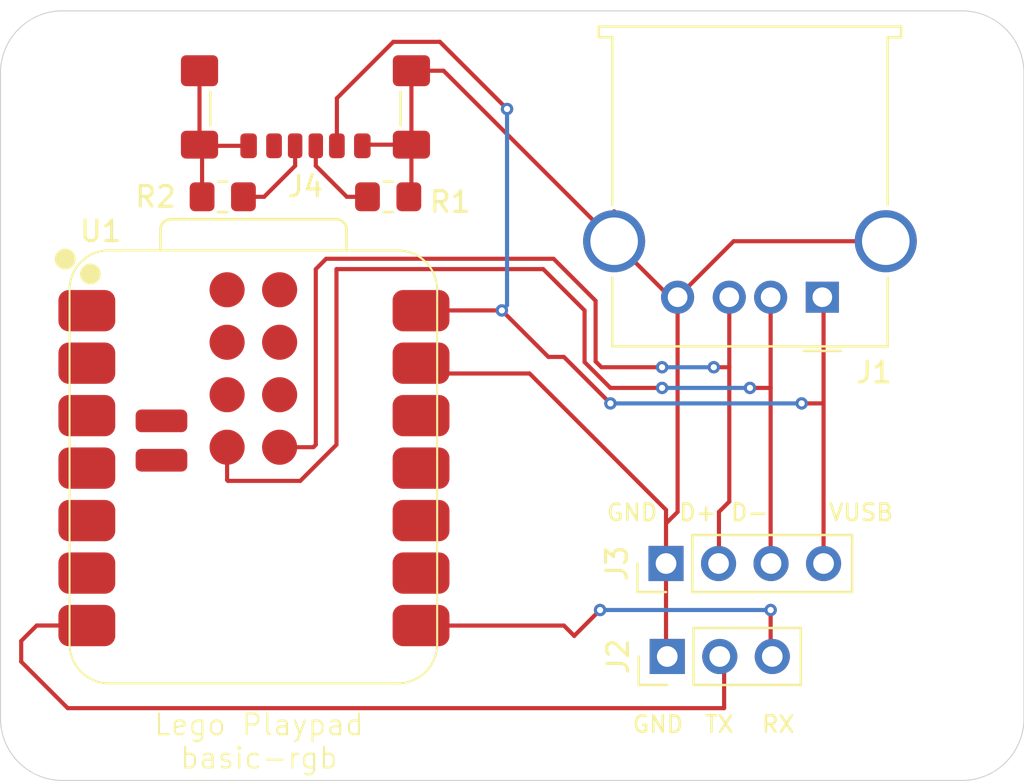
<source format=kicad_pcb>
(kicad_pcb (version 20241229) (generator "pcbnew") (generator_version "9.0")
  (layers (0 "F.Cu" signal) (2 "B.Cu" signal) (13 "F.Paste" user) (15 "B.Paste" user) (5 "F.SilkS" user "F.Silkscreen") (7 "B.SilkS" user "B.Silkscreen") (1 "F.Mask" user) (3 "B.Mask" user) (25 "Edge.Cuts" user))
  (net 0 "")
  (net 1 "Net-(J1-D+)")
  (net 2 "+5V")
  (net 3 "Net-(J1-D-)")
  (net 4 "GND")
  (net 5 "Net-(J2-Pin_3)")
  (net 6 "Net-(J2-Pin_2)")
  (net 18 "+3.3V")
  (net 24 "unconnected-(U1-GND-Pad16)")
  (net 25 "Net-(J4-CC2)")
  (net 26 "Net-(J4-CC1)")
  (footprint "Connector_PinHeader_2.54mm:PinHeader_1x03_P2.54mm_Vertical" (layer "F.Cu") (at 137.75 101 90)
    (property "Reference" "J2" (at 0 -2.38 90) (layer "F.SilkS"))
    (property "Value" "FTDI")
    (fp_line (start -1.38 -1.38) (end 0 -1.38) (stroke (width 0.12)) (layer "F.SilkS"))
    (fp_line (start -1.38 0) (end -1.38 -1.38) (stroke (width 0.12)) (layer "F.SilkS"))
    (fp_line (start 1.38 1.27) (end 1.38 6.46) (stroke (width 0.12)) (layer "F.SilkS"))
    (fp_line (start -1.38 1.27) (end 1.38 1.27) (stroke (width 0.12)) (layer "F.SilkS"))
    (fp_line (start -1.38 1.27) (end -1.38 6.46) (stroke (width 0.12)) (layer "F.SilkS"))
    (fp_line (start -1.38 6.46) (end 1.38 6.46) (stroke (width 0.12)) (layer "F.SilkS"))
    (pad "1" thru_hole rect (at 0 0 90) (size 1.7 1.7) (drill 1) (layers "*.Cu" "*.Mask") (net 4 "GND"))
    (pad "2" thru_hole circle (at 0 2.54 90) (size 1.7 1.7) (drill 1) (layers "*.Cu" "*.Mask") (net 6 "Net-(J2-Pin_2)"))
    (pad "3" thru_hole circle (at 0 5.08 90) (size 1.7 1.7) (drill 1) (layers "*.Cu" "*.Mask") (net 5 "Net-(J2-Pin_3)"))
  )
  (footprint "Connector_USB:USB_C_Receptacle_GCT_USB4135-GF-A_6P_TopMnt_Horizontal" (layer "F.Cu") (at 120.25 73.25 180)
    (property "Reference" "J4" (at 0 -5 0) (layer "F.SilkS"))
    (property "Value" "USB_C_Receptacle_PowerOnly_6P" (hide yes))
    (fp_line (start 4.6 -2.04) (end 4.6 -0.41) (stroke (width 0.12)) (layer "F.SilkS"))
    (fp_line (start -4.6 -2.04) (end -4.6 -0.41) (stroke (width 0.12)) (layer "F.SilkS"))
    (pad "A5" smd roundrect (at -0.5 -3.0325 180) (size 0.7 1.2) (layers "F.Cu" "F.Mask" "F.Paste") (net 26 "Net-(J4-CC1)"))
    (pad "A9" smd roundrect (at 1.52 -3.0325) (size 0.76 1.2) (layers "F.Cu" "F.Mask" "F.Paste") (net 2 "+5V"))
    (pad "A12" smd roundrect (at 2.75 -3.0325) (size 0.8 1.2) (layers "F.Cu" "F.Mask" "F.Paste") (net 4 "GND"))
    (pad "B5" smd roundrect (at 0.5 -3.0325) (size 0.7 1.2) (layers "F.Cu" "F.Mask" "F.Paste") (net 25 "Net-(J4-CC2)"))
    (pad "B9" smd roundrect (at -1.52 -3.0325 180) (size 0.76 1.2) (layers "F.Cu" "F.Mask" "F.Paste") (net 2 "+5V"))
    (pad "B12" smd roundrect (at -2.75 -3.0325 180) (size 0.8 1.2) (layers "F.Cu" "F.Mask" "F.Paste") (net 4 "GND"))
    (pad "S1" smd roundrect (at -5.125 -2.9775 180) (size 1.8 1.35) (layers "F.Cu" "F.Mask" "F.Paste") (roundrect_rratio 0.1851851852) (net 4 "GND"))
    (pad "S1" smd roundrect (at -5.125 0.6025 180) (size 1.8 1.5) (layers "F.Cu" "F.Mask" "F.Paste") (roundrect_rratio 0.1666666667) (net 4 "GND"))
    (pad "S1" smd roundrect (at 5.125 -2.9775 180) (size 1.8 1.35) (layers "F.Cu" "F.Mask" "F.Paste") (roundrect_rratio 0.1851851852) (net 4 "GND"))
    (pad "S1" smd roundrect (at 5.125 0.6025 180) (size 1.8 1.5) (layers "F.Cu" "F.Mask" "F.Paste") (roundrect_rratio 0.1666666667) (net 4 "GND"))
  )
  (footprint "MountingHole:MountingHole_3.2mm_M3" (layer "F.Cu") (at 151 102.75)
    (property "Reference" "REF**" (hide yes))
    (property "Value" "MountingHole_3.2mm_M3" (hide yes))
    (pad "" np_thru_hole circle (at 0 0) (size 3.2 3.2) (drill 3.2) (layers "*.Cu" "*.Mask"))
  )
  (footprint "Resistor_SMD:R_0805_2012Metric_Pad1.20x1.40mm_HandSolder" (layer "F.Cu") (at 116.25 78.75 180)
    (property "Reference" "R2" (at 3.25 0 0) (layer "F.SilkS"))
    (property "Value" "5.1k")
    (fp_line (start -0.227064 0.735) (end 0.227064 0.735) (stroke (width 0.12)) (layer "F.SilkS"))
    (fp_line (start -0.227064 -0.735) (end 0.227064 -0.735) (stroke (width 0.12)) (layer "F.SilkS"))
    (pad "1" smd roundrect (at -1 0 180) (size 1.2 1.4) (layers "F.Cu" "F.Mask" "F.Paste") (roundrect_rratio 0.208333) (net 25 "Net-(J4-CC2)"))
    (pad "2" smd roundrect (at 1 0 180) (size 1.2 1.4) (layers "F.Cu" "F.Mask" "F.Paste") (roundrect_rratio 0.208333) (net 4 "GND"))
  )
  (footprint "Connector_USB:USB_A_Molex_67643_Horizontal" (layer "F.Cu") (at 145.25 83.61 180)
    (property "Reference" "J1" (at -2.5 -3.64 0) (layer "F.SilkS"))
    (property "Value" "PLAYPAD")
    (fp_line (start 10.81 13.1) (end 10.81 12.58) (stroke (width 0.12)) (layer "F.SilkS"))
    (fp_line (start 10.81 12.58) (end 10.16 12.58) (stroke (width 0.12)) (layer "F.SilkS"))
    (fp_line (start 10.16 4.47) (end 10.16 12.58) (stroke (width 0.12)) (layer "F.SilkS"))
    (fp_line (start 10.16 -2.38) (end 10.16 0.95) (stroke (width 0.12)) (layer "F.SilkS"))
    (fp_line (start -0.9 -2.6) (end 0.9 -2.6) (stroke (width 0.12)) (layer "F.SilkS"))
    (fp_line (start -3.16 12.58) (end -3.16 4.47) (stroke (width 0.12)) (layer "F.SilkS"))
    (fp_line (start -3.16 12.58) (end -3.81 12.58) (stroke (width 0.12)) (layer "F.SilkS"))
    (fp_line (start -3.16 -2.38) (end 10.16 -2.38) (stroke (width 0.12)) (layer "F.SilkS"))
    (fp_line (start -3.16 -2.38) (end -3.16 0.95) (stroke (width 0.12)) (layer "F.SilkS"))
    (fp_line (start -3.81 13.1) (end 10.81 13.1) (stroke (width 0.12)) (layer "F.SilkS"))
    (fp_line (start -3.81 12.58) (end -3.81 13.1) (stroke (width 0.12)) (layer "F.SilkS"))
    (pad "1" thru_hole rect (at 0 0 180) (size 1.6 1.5) (drill 0.95) (layers "*.Cu" "*.Mask") (net 2 "+5V"))
    (pad "2" thru_hole circle (at 2.5 0 180) (size 1.6 1.6) (drill 0.95) (layers "*.Cu" "*.Mask") (net 3 "Net-(J1-D-)"))
    (pad "3" thru_hole circle (at 4.5 0 180) (size 1.6 1.6) (drill 0.95) (layers "*.Cu" "*.Mask") (net 1 "Net-(J1-D+)"))
    (pad "4" thru_hole circle (at 7 0 180) (size 1.6 1.6) (drill 0.95) (layers "*.Cu" "*.Mask") (net 4 "GND"))
    (pad "5" thru_hole circle (at -3.07 2.71 180) (size 3 3) (drill 2.3) (layers "*.Cu" "*.Mask") (net 4 "GND"))
    (pad "5" thru_hole circle (at 10.07 2.71 180) (size 3 3) (drill 2.3) (layers "*.Cu" "*.Mask") (net 4 "GND"))
  )
  (footprint "Connector_PinHeader_2.54mm:PinHeader_1x04_P2.54mm_Vertical" (layer "F.Cu") (at 137.69 96.5 90)
    (property "Reference" "J3" (at 0 -2.38 90) (layer "F.SilkS"))
    (property "Value" "USB_DBG")
    (fp_line (start -1.38 -1.38) (end 0 -1.38) (stroke (width 0.12)) (layer "F.SilkS"))
    (fp_line (start -1.38 0) (end -1.38 -1.38) (stroke (width 0.12)) (layer "F.SilkS"))
    (fp_line (start 1.38 1.27) (end 1.38 9) (stroke (width 0.12)) (layer "F.SilkS"))
    (fp_line (start -1.38 1.27) (end 1.38 1.27) (stroke (width 0.12)) (layer "F.SilkS"))
    (fp_line (start -1.38 1.27) (end -1.38 9) (stroke (width 0.12)) (layer "F.SilkS"))
    (fp_line (start -1.38 9) (end 1.38 9) (stroke (width 0.12)) (layer "F.SilkS"))
    (pad "1" thru_hole rect (at 0 0 90) (size 1.7 1.7) (drill 1) (layers "*.Cu" "*.Mask") (net 4 "GND"))
    (pad "2" thru_hole circle (at 0 2.54 90) (size 1.7 1.7) (drill 1) (layers "*.Cu" "*.Mask") (net 1 "Net-(J1-D+)"))
    (pad "3" thru_hole circle (at 0 5.08 90) (size 1.7 1.7) (drill 1) (layers "*.Cu" "*.Mask") (net 3 "Net-(J1-D-)"))
    (pad "4" thru_hole circle (at 0 7.62 90) (size 1.7 1.7) (drill 1) (layers "*.Cu" "*.Mask") (net 2 "+5V"))
  )
  (footprint "Resistor_SMD:R_0805_2012Metric_Pad1.20x1.40mm_HandSolder" (layer "F.Cu") (at 124.25 78.75)
    (property "Reference" "R1" (at 3 0.25 0) (layer "F.SilkS"))
    (property "Value" "5.1k")
    (fp_line (start -0.227064 -0.735) (end 0.227064 -0.735) (stroke (width 0.12)) (layer "F.SilkS"))
    (fp_line (start -0.227064 0.735) (end 0.227064 0.735) (stroke (width 0.12)) (layer "F.SilkS"))
    (pad "1" smd roundrect (at -1 0) (size 1.2 1.4) (layers "F.Cu" "F.Mask" "F.Paste") (roundrect_rratio 0.208333) (net 26 "Net-(J4-CC1)"))
    (pad "2" smd roundrect (at 1 0) (size 1.2 1.4) (layers "F.Cu" "F.Mask" "F.Paste") (roundrect_rratio 0.208333) (net 4 "GND"))
  )
  (footprint "MountingHole:MountingHole_3.2mm_M3" (layer "F.Cu") (at 109.75 75)
    (property "Reference" "REF**" (hide yes))
    (property "Value" "MountingHole_3.2mm_M3" (hide yes))
    (pad "" np_thru_hole circle (at 0 0) (size 3.2 3.2) (drill 3.2) (layers "*.Cu" "*.Mask"))
  )
  (footprint "Seeed Studio XIAO Series Library:XIAO-ESP32S3-SMD" (layer "F.Cu") (at 117.736364 91.835)
    (property "Reference" "U1" (at -8.486364 -10.835 0) (layer "F.SilkS") (effects (justify left bottom)))
    (property "Value" "XIAO-ESP32-S3-SMD")
    (fp_line (start -8.896364 8.56) (end -8.896364 -8.585) (stroke (width 0.1)) (layer "F.SilkS"))
    (fp_line (start -6.991364 10.465) (end 6.978636 10.465) (stroke (width 0.1)) (layer "F.SilkS"))
    (fp_line (start -4.501364 -10.49) (end -4.497636 -11.500272) (stroke (width 0.127)) (layer "F.SilkS"))
    (fp_line (start -3.997636 -12) (end 3.997636 -12) (stroke (width 0.127)) (layer "F.SilkS"))
    (fp_line (start 4.497636 -11.5) (end 4.497636 -10.49) (stroke (width 0.127)) (layer "F.SilkS"))
    (fp_line (start 6.978636 -10.49) (end -6.991364 -10.49) (stroke (width 0.1)) (layer "F.SilkS"))
    (fp_line (start 8.883636 8.56) (end 8.883636 -8.585) (stroke (width 0.1)) (layer "F.SilkS"))
    (fp_arc (start -8.896364 -8.589) (mid -8.338402 -9.936038) (end -6.991364 -10.494) (stroke (width 0.1)) (layer "F.SilkS"))
    (fp_arc (start -6.991364 10.465) (mid -8.338402 9.907038) (end -8.896364 8.56) (stroke (width 0.1)) (layer "F.SilkS"))
    (fp_arc (start -4.497636 -11.500272) (mid -4.351088 -11.853644) (end -3.997636 -12) (stroke (width 0.127)) (layer "F.SilkS"))
    (fp_arc (start 3.997636 -12) (mid 4.351189 -11.853553) (end 4.497636 -11.5) (stroke (width 0.127)) (layer "F.SilkS"))
    (fp_arc (start 6.978636 -10.49) (mid 8.325674 -9.932038) (end 8.883636 -8.585) (stroke (width 0.1)) (layer "F.SilkS"))
    (fp_arc (start 8.883636 8.56) (mid 8.325674 9.907038) (end 6.978636 10.465) (stroke (width 0.1)) (layer "F.SilkS"))
    (fp_circle (center -9.106364 -10.074) (end -9.106364 -10.328) (stroke (width 0.5)) (fill yes) (layer "F.SilkS"))
    (fp_circle (center -7.889364 -9.351) (end -7.889364 -9.605) (stroke (width 0.5)) (fill yes) (layer "F.SilkS"))
    (pad "1" smd roundrect (at -8.061364 -7.573) (size 2.75 2) (layers "F.Cu" "F.Mask" "F.Paste"))
    (pad "2" smd roundrect (at -8.061364 -5.033) (size 2.75 2) (layers "F.Cu" "F.Mask" "F.Paste"))
    (pad "3" smd roundrect (at -8.061364 -2.493) (size 2.75 2) (layers "F.Cu" "F.Mask" "F.Paste"))
    (pad "4" smd roundrect (at -8.061364 0.047) (size 2.75 2) (layers "F.Cu" "F.Mask" "F.Paste"))
    (pad "5" smd roundrect (at -8.061364 2.587) (size 2.75 2) (layers "F.Cu" "F.Mask" "F.Paste"))
    (pad "6" smd roundrect (at -8.061364 5.127) (size 2.75 2) (layers "F.Cu" "F.Mask" "F.Paste"))
    (pad "7" smd roundrect (at -8.061364 7.667) (size 2.75 2) (layers "F.Cu" "F.Mask" "F.Paste") (net 6 "Net-(J2-Pin_2)"))
    (pad "8" smd roundrect (at 8.103636 7.667) (size 2.75 2) (layers "F.Cu" "F.Mask" "F.Paste") (net 5 "Net-(J2-Pin_3)"))
    (pad "9" smd roundrect (at 8.103636 5.127) (size 2.75 2) (layers "F.Cu" "F.Mask" "F.Paste"))
    (pad "10" smd roundrect (at 8.103636 2.587) (size 2.75 2) (layers "F.Cu" "F.Mask" "F.Paste"))
    (pad "11" smd roundrect (at 8.103636 0.047) (size 2.75 2) (layers "F.Cu" "F.Mask" "F.Paste"))
    (pad "12" smd roundrect (at 8.103636 -2.493) (size 2.75 2) (layers "F.Cu" "F.Mask" "F.Paste") (net 18 "+3.3V"))
    (pad "13" smd roundrect (at 8.103636 -5.033) (size 2.75 2) (layers "F.Cu" "F.Mask" "F.Paste") (net 4 "GND"))
    (pad "14" smd roundrect (at 8.103636 -7.573) (size 2.75 2) (layers "F.Cu" "F.Mask" "F.Paste") (net 2 "+5V"))
    (pad "15" smd roundrect (at -4.451364 -0.335 180) (size 2.5 1.1) (layers "F.Cu" "F.Mask" "F.Paste"))
    (pad "16" smd roundrect (at -4.451364 -2.24 180) (size 2.5 1.1) (layers "F.Cu" "F.Mask" "F.Paste") (net 24 "unconnected-(U1-GND-Pad16)"))
    (pad "17" smd circle (at -1.276364 -8.585) (size 1.7 1.7) (layers "F.Cu" "F.Mask" "F.Paste"))
    (pad "18" smd circle (at 1.263636 -8.585) (size 1.7 1.7) (layers "F.Cu" "F.Mask" "F.Paste"))
    (pad "19" smd circle (at -1.276364 -6.045) (size 1.7 1.7) (layers "F.Cu" "F.Mask" "F.Paste"))
    (pad "20" smd circle (at 1.263636 -6.045) (size 1.7 1.7) (layers "F.Cu" "F.Mask" "F.Paste"))
    (pad "21" smd circle (at -1.276364 -3.505) (size 1.7 1.7) (layers "F.Cu" "F.Mask" "F.Paste"))
    (pad "22" smd circle (at 1.263636 -3.505) (size 1.7 1.7) (layers "F.Cu" "F.Mask" "F.Paste"))
    (pad "23" smd circle (at -1.276364 -0.965) (size 1.7 1.7) (layers "F.Cu" "F.Mask" "F.Paste") (net 3 "Net-(J1-D-)"))
    (pad "24" smd circle (at 1.263636 -0.965) (size 1.7 1.7) (layers "F.Cu" "F.Mask" "F.Paste") (net 1 "Net-(J1-D+)"))
  )
  (gr_arc (start 152 69.75) (mid 154.12132 70.62868) (end 155 72.75) (stroke (width 0.05)) (layer "Edge.Cuts"))
  (gr_line (start 155 104) (end 155 103.75) (stroke (width 0.05)) (layer "Edge.Cuts"))
  (gr_arc (start 108.5 107) (mid 106.37868 106.12132) (end 105.5 104) (stroke (width 0.05)) (layer "Edge.Cuts"))
  (gr_line (start 152 107) (end 108.5 107) (stroke (width 0.05)) (layer "Edge.Cuts"))
  (gr_line (start 108.5 69.75) (end 152 69.75) (stroke (width 0.05)) (layer "Edge.Cuts"))
  (gr_line (start 155 72.75) (end 155 103.75) (stroke (width 0.05)) (layer "Edge.Cuts"))
  (gr_line (start 105.5 104) (end 105.5 103.75) (stroke (width 0.05)) (layer "Edge.Cuts"))
  (gr_line (start 105.5 103.75) (end 105.5 72.75) (stroke (width 0.05)) (layer "Edge.Cuts"))
  (gr_arc (start 155 104) (mid 154.12132 106.12132) (end 152 107) (stroke (width 0.05)) (layer "Edge.Cuts"))
  (gr_arc (start 105.5 72.75) (mid 106.37868 70.62868) (end 108.5 69.75) (stroke (width 0.05)) (layer "Edge.Cuts"))
  (gr_text "Lego Playpad\nbasic-rgb" (at 118 106.5 0) (layer "F.SilkS") (effects (font (size 1 1) (thickness 0.1)) (justify bottom)))
  (gr_text "RX" (at 142.25 104.75 0) (layer "F.SilkS") (effects (font (size 0.8 0.8) (thickness 0.125)) (justify left bottom)))
  (gr_text "GND" (at 136 104.75 0) (layer "F.SilkS") (effects (font (size 0.8 0.8) (thickness 0.125)) (justify left bottom)))
  (gr_text "D+" (at 138.25 94.5 0) (layer "F.SilkS") (effects (font (size 0.8 0.8) (thickness 0.125)) (justify left bottom)))
  (gr_text "D-" (at 140.75 94.5 0) (layer "F.SilkS") (effects (font (size 0.8 0.8) (thickness 0.125)) (justify left bottom)))
  (gr_text "VUSB" (at 145.5 94.5 0) (layer "F.SilkS") (effects (font (size 0.8 0.8) (thickness 0.125)) (justify left bottom)))
  (gr_text "TX" (at 139.5 104.75 0) (layer "F.SilkS") (effects (font (size 0.8 0.8) (thickness 0.125)) (justify left bottom)))
  (gr_text "GND" (at 134.75 94.5 0) (layer "F.SilkS") (effects (font (size 0.8 0.8) (thickness 0.125)) (justify left bottom)))
  (segment (start 120.63 90.87) (end 119 90.87) (width 0.2) (layer "F.Cu") (net 1))
  (segment (start 120.75 82.25) (end 120.75 90.75) (width 0.2) (layer "F.Cu") (net 1))
  (segment (start 132.25 81.75) (end 121.25 81.75) (width 0.2) (layer "F.Cu") (net 1))
  (segment (start 140.25 96.48) (end 140.23 96.5) (width 0.2) (layer "F.Cu") (net 1))
  (segment (start 134.282843 83.782843) (end 132.25 81.75) (width 0.2) (layer "F.Cu") (net 1))
  (segment (start 140 87) (end 140.75 87) (width 0.2) (layer "F.Cu") (net 1))
  (segment (start 140.75 93.5) (end 140.25 94) (width 0.2) (layer "F.Cu") (net 1))
  (segment (start 137.5 87) (end 134.565686 87) (width 0.2) (layer "F.Cu") (net 1))
  (segment (start 121.25 81.75) (end 120.75 82.25) (width 0.2) (layer "F.Cu") (net 1))
  (segment (start 140.75 87) (end 140.75 83.61) (width 0.2) (layer "F.Cu") (net 1))
  (segment (start 140.75 93.5) (end 140.75 87) (width 0.2) (layer "F.Cu") (net 1))
  (segment (start 134.282843 86.717157) (end 134.282843 83.782843) (width 0.2) (layer "F.Cu") (net 1))
  (segment (start 120.75 90.75) (end 120.63 90.87) (width 0.2) (layer "F.Cu") (net 1))
  (segment (start 134.565686 87) (end 134.282843 86.717157) (width 0.2) (layer "F.Cu") (net 1))
  (segment (start 140.25 94) (end 140.25 96.48) (width 0.2) (layer "F.Cu") (net 1))
  (via (at 140 87) (size 0.6) (drill 0.3) (layers "F.Cu" "B.Cu") (net 1))
  (via (at 137.5 87) (size 0.6) (drill 0.3) (layers "F.Cu" "B.Cu") (net 1))
  (segment (start 137.5 87) (end 140 87) (width 0.2) (layer "B.Cu") (net 1))
  (segment (start 129.75 84.25) (end 132 86.5) (width 0.2) (layer "F.Cu") (net 2))
  (segment (start 126.75 71.25) (end 130 74.5) (width 0.2) (layer "F.Cu") (net 2))
  (segment (start 145.25 96.44) (end 145.31 96.5) (width 0.2) (layer "F.Cu") (net 2))
  (segment (start 132.75 86.5) (end 135 88.75) (width 0.2) (layer "F.Cu") (net 2))
  (segment (start 145.31 96.5) (end 145.31 83.67) (width 0.2) (layer "F.Cu") (net 2))
  (segment (start 125.84 84.262) (end 126.762 84.262) (width 0.2) (layer "F.Cu") (net 2))
  (segment (start 144.25 88.75) (end 145.31 88.75) (width 0.2) (layer "F.Cu") (net 2))
  (segment (start 125.852 84.25) (end 125.84 84.262) (width 0.2) (layer "F.Cu") (net 2))
  (segment (start 145.31 83.67) (end 145.25 83.61) (width 0.2) (layer "F.Cu") (net 2))
  (segment (start 121.77 76.2825) (end 121.77 73.98) (width 0.2) (layer "F.Cu") (net 2))
  (segment (start 129.75 84.25) (end 125.852 84.25) (width 0.2) (layer "F.Cu") (net 2))
  (segment (start 132 86.5) (end 132.75 86.5) (width 0.2) (layer "F.Cu") (net 2))
  (segment (start 121.77 73.98) (end 124.5 71.25) (width 0.2) (layer "F.Cu") (net 2))
  (segment (start 124.5 71.25) (end 126.75 71.25) (width 0.2) (layer "F.Cu") (net 2))
  (via (at 130 74.5) (size 0.6) (drill 0.3) (layers "F.Cu" "B.Cu") (net 2))
  (via (at 129.75 84.25) (size 0.6) (drill 0.3) (layers "F.Cu" "B.Cu") (net 2))
  (via (at 144.25 88.75) (size 0.6) (drill 0.3) (layers "F.Cu" "B.Cu") (net 2))
  (via (at 135 88.75) (size 0.6) (drill 0.3) (layers "F.Cu" "B.Cu") (net 2))
  (segment (start 130 74.5) (end 130 84) (width 0.2) (layer "B.Cu") (net 2))
  (segment (start 144.25 88.75) (end 135 88.75) (width 0.2) (layer "B.Cu") (net 2))
  (segment (start 130 84) (end 129.75 84.25) (width 0.2) (layer "B.Cu") (net 2))
  (segment (start 133.75 84.25) (end 133.75 86.75) (width 0.2) (layer "F.Cu") (net 3))
  (segment (start 141.75 88) (end 142.75 88) (width 0.2) (layer "F.Cu") (net 3))
  (segment (start 121.75 90.75) (end 121.75 82.25) (width 0.2) (layer "F.Cu") (net 3))
  (segment (start 116.5 92.5) (end 120 92.5) (width 0.2) (layer "F.Cu") (net 3))
  (segment (start 116.46 90.87) (end 116.46 92.46) (width 0.2) (layer "F.Cu") (net 3))
  (segment (start 142.75 96.48) (end 142.75 88) (width 0.2) (layer "F.Cu") (net 3))
  (segment (start 120 92.5) (end 121.75 90.75) (width 0.2) (layer "F.Cu") (net 3))
  (segment (start 142.75 88) (end 142.75 83.61) (width 0.2) (layer "F.Cu") (net 3))
  (segment (start 121.75 82.25) (end 131.75 82.25) (width 0.2) (layer "F.Cu") (net 3))
  (segment (start 116.46 92.46) (end 116.5 92.5) (width 0.2) (layer "F.Cu") (net 3))
  (segment (start 133.75 86.75) (end 135 88) (width 0.2) (layer "F.Cu") (net 3))
  (segment (start 131.75 82.25) (end 133.75 84.25) (width 0.2) (layer "F.Cu") (net 3))
  (segment (start 135 88) (end 137.5 88) (width 0.2) (layer "F.Cu") (net 3))
  (segment (start 142.77 96.5) (end 142.75 96.48) (width 0.2) (layer "F.Cu") (net 3))
  (via (at 137.5 88) (size 0.6) (drill 0.3) (layers "F.Cu" "B.Cu") (net 3))
  (via (at 141.75 88) (size 0.6) (drill 0.3) (layers "F.Cu" "B.Cu") (net 3))
  (segment (start 137.5 88) (end 141.75 88) (width 0.2) (layer "B.Cu") (net 3))
  (segment (start 117.5 76.2825) (end 115.18 76.2825) (width 0.2) (layer "F.Cu") (net 4))
  (segment (start 126.34 87.302) (end 125.84 86.802) (width 0.2) (layer "F.Cu") (net 4))
  (segment (start 131.09 87.302) (end 137.69 93.902) (width 0.2) (layer "F.Cu") (net 4))
  (segment (start 126.9275 72.6475) (end 135.18 80.9) (width 0.2) (layer "F.Cu") (net 4))
  (segment (start 115.18 76.2825) (end 115.125 76.2275) (width 0.2) (layer "F.Cu") (net 4))
  (segment (start 138.25 94) (end 137.69 94.56) (width 0.2) (layer "F.Cu") (net 4))
  (segment (start 115.125 76.2275) (end 115.125 72.6475) (width 0.2) (layer "F.Cu") (net 4))
  (segment (start 135.18 79.45) (end 135.18 80.9) (width 0.2) (layer "F.Cu") (net 4))
  (segment (start 125.375 78.625) (end 125.375 76.2275) (width 0.2) (layer "F.Cu") (net 4))
  (segment (start 137.69 93.902) (end 137.69 94.56) (width 0.2) (layer "F.Cu") (net 4))
  (segment (start 131.09 87.302) (end 126.34 87.302) (width 0.2) (layer "F.Cu") (net 4))
  (segment (start 125.25 78.75) (end 125.375 78.625) (width 0.2) (layer "F.Cu") (net 4))
  (segment (start 125.375 76.2275) (end 125.375 72.6475) (width 0.2) (layer "F.Cu") (net 4))
  (segment (start 115.25 76.3525) (end 115.125 76.2275) (width 0.2) (layer "F.Cu") (net 4))
  (segment (start 148.32 80.9) (end 140.96 80.9) (width 0.2) (layer "F.Cu") (net 4))
  (segment (start 123.055 76.2275) (end 125.375 76.2275) (width 0.2) (layer "F.Cu") (net 4))
  (segment (start 140.96 80.9) (end 138.25 83.61) (width 0.2) (layer "F.Cu") (net 4))
  (segment (start 137.69 94.56) (end 137.69 96.5) (width 0.2) (layer "F.Cu") (net 4))
  (segment (start 115.25 78.75) (end 115.25 76.3525) (width 0.2) (layer "F.Cu") (net 4))
  (segment (start 123 76.2825) (end 123.055 76.2275) (width 0.2) (layer "F.Cu") (net 4))
  (segment (start 138.25 94) (end 138.25 83.61) (width 0.2) (layer "F.Cu") (net 4))
  (segment (start 137.89 83.61) (end 138.25 83.61) (width 0.2) (layer "F.Cu") (net 4))
  (segment (start 135.18 80.9) (end 137.89 83.61) (width 0.2) (layer "F.Cu") (net 4))
  (segment (start 137.69 100.94) (end 137.69 96.5) (width 0.2) (layer "F.Cu") (net 4))
  (segment (start 125.375 72.6475) (end 126.9275 72.6475) (width 0.2) (layer "F.Cu") (net 4))
  (segment (start 137.75 101) (end 137.69 100.94) (width 0.2) (layer "F.Cu") (net 4))
  (segment (start 142.75 100.92) (end 142.83 101) (width 0.2) (layer "F.Cu") (net 5))
  (segment (start 133.25 100) (end 134.5 98.75) (width 0.2) (layer "F.Cu") (net 5))
  (segment (start 125.84 99.502) (end 132.752 99.502) (width 0.2) (layer "F.Cu") (net 5))
  (segment (start 142.75 98.75) (end 142.75 100.92) (width 0.2) (layer "F.Cu") (net 5))
  (segment (start 133.248 100.002) (end 133.25 100) (width 0.2) (layer "F.Cu") (net 5))
  (segment (start 132.752 99.502) (end 133.25 100) (width 0.2) (layer "F.Cu") (net 5))
  (via (at 142.75 98.75) (size 0.6) (drill 0.3) (layers "F.Cu" "B.Cu") (net 5))
  (via (at 134.5 98.75) (size 0.6) (drill 0.3) (layers "F.Cu" "B.Cu") (net 5))
  (segment (start 134.5 98.75) (end 142.75 98.75) (width 0.2) (layer "B.Cu") (net 5))
  (segment (start 109.673 99.5) (end 109.675 99.502) (width 0.2) (layer "F.Cu") (net 6))
  (segment (start 106.5 101.25) (end 106.5 100.25) (width 0.2) (layer "F.Cu") (net 6))
  (segment (start 140.5 103.5) (end 108.75 103.5) (width 0.2) (layer "F.Cu") (net 6))
  (segment (start 107.25 99.5) (end 109.673 99.5) (width 0.2) (layer "F.Cu") (net 6))
  (segment (start 140.5 101) (end 140.5 103.5) (width 0.2) (layer "F.Cu") (net 6))
  (segment (start 108.75 103.5) (end 106.5 101.25) (width 0.2) (layer "F.Cu") (net 6))
  (segment (start 106.5 100.25) (end 107.25 99.5) (width 0.2) (layer "F.Cu") (net 6))
  (segment (start 113.285 89.595) (end 113.25 89.56) (width 0.2) (layer "F.Cu") (net 24))
  (segment (start 117.25 78.75) (end 118.25 78.75) (width 0.2) (layer "F.Cu") (net 25))
  (segment (start 118.25 78.75) (end 119.75 77.25) (width 0.2) (layer "F.Cu") (net 25))
  (segment (start 119.75 77.25) (end 119.75 76.2825) (width 0.2) (layer "F.Cu") (net 25))
  (segment (start 122.25 78.75) (end 123.25 78.75) (width 0.2) (layer "F.Cu") (net 26))
  (segment (start 120.75 77.25) (end 122.25 78.75) (width 0.2) (layer "F.Cu") (net 26))
  (segment (start 120.75 76.2825) (end 120.75 77.25) (width 0.2) (layer "F.Cu") (net 26))
)
</source>
